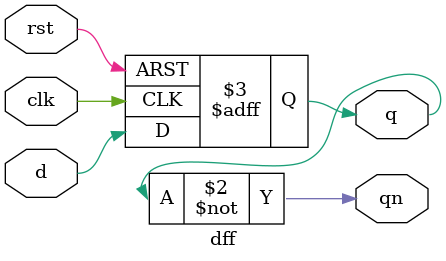
<source format=v>
module dff ( input d,
              input rst,
              input clk,
              output reg q,
              output qn);
	
      always @ (posedge clk or posedge rst)
            if (rst)
                  q <= 0;
            else
                  q <= d;
      
      assign qn = ~q;

endmodule

</source>
